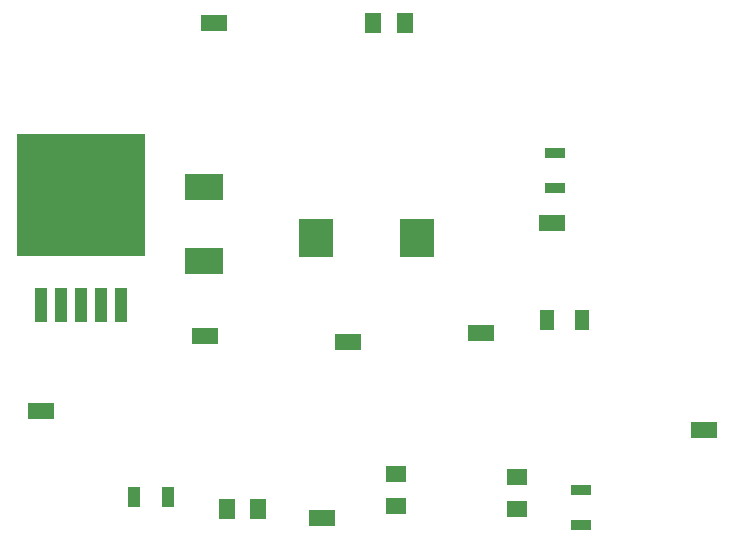
<source format=gtp>
G04 #@! TF.GenerationSoftware,KiCad,Pcbnew,(5.1.10-1-10_14)*
G04 #@! TF.CreationDate,2021-11-26T00:33:47-05:00*
G04 #@! TF.ProjectId,tool_circuit,746f6f6c-5f63-4697-9263-7569742e6b69,1.0*
G04 #@! TF.SameCoordinates,Original*
G04 #@! TF.FileFunction,Paste,Top*
G04 #@! TF.FilePolarity,Positive*
%FSLAX46Y46*%
G04 Gerber Fmt 4.6, Leading zero omitted, Abs format (unit mm)*
G04 Created by KiCad (PCBNEW (5.1.10-1-10_14)) date 2021-11-26 00:33:47*
%MOMM*%
%LPD*%
G01*
G04 APERTURE LIST*
%ADD10R,1.050000X1.720000*%
%ADD11R,1.066800X3.000000*%
%ADD12R,10.800000X10.410000*%
%ADD13R,1.730000X0.970000*%
%ADD14R,1.230000X1.770000*%
%ADD15R,2.200000X1.400000*%
%ADD16R,3.180001X2.180400*%
%ADD17R,2.921000X3.251200*%
%ADD18R,1.340000X1.720000*%
%ADD19R,1.720000X1.340000*%
G04 APERTURE END LIST*
D10*
X113818400Y-86287600D03*
X110898400Y-86287600D03*
D11*
X109856000Y-70031600D03*
X108154200Y-70031600D03*
X106452400Y-70031600D03*
X104750600Y-70031600D03*
X103048800Y-70031600D03*
D12*
X106452400Y-60700400D03*
D13*
X148794200Y-88663400D03*
X148794200Y-85703400D03*
D14*
X148845000Y-71250800D03*
X145913000Y-71250800D03*
D13*
X146559000Y-57165600D03*
X146559000Y-60125600D03*
D15*
X103048800Y-78997800D03*
X116968000Y-72647800D03*
X146305000Y-63097400D03*
X126874000Y-88014800D03*
X117704600Y-46104800D03*
X129058400Y-73181200D03*
X140259800Y-72368400D03*
X159208200Y-80623400D03*
D16*
X116841000Y-66300800D03*
X116841000Y-60046400D03*
D17*
X134913100Y-64367400D03*
X126353300Y-64367400D03*
D18*
X131147400Y-46130200D03*
X133827400Y-46130200D03*
X118771400Y-87303600D03*
X121451400Y-87303600D03*
D19*
X133122400Y-84306400D03*
X133122400Y-86986400D03*
X143384000Y-87291200D03*
X143384000Y-84611200D03*
M02*

</source>
